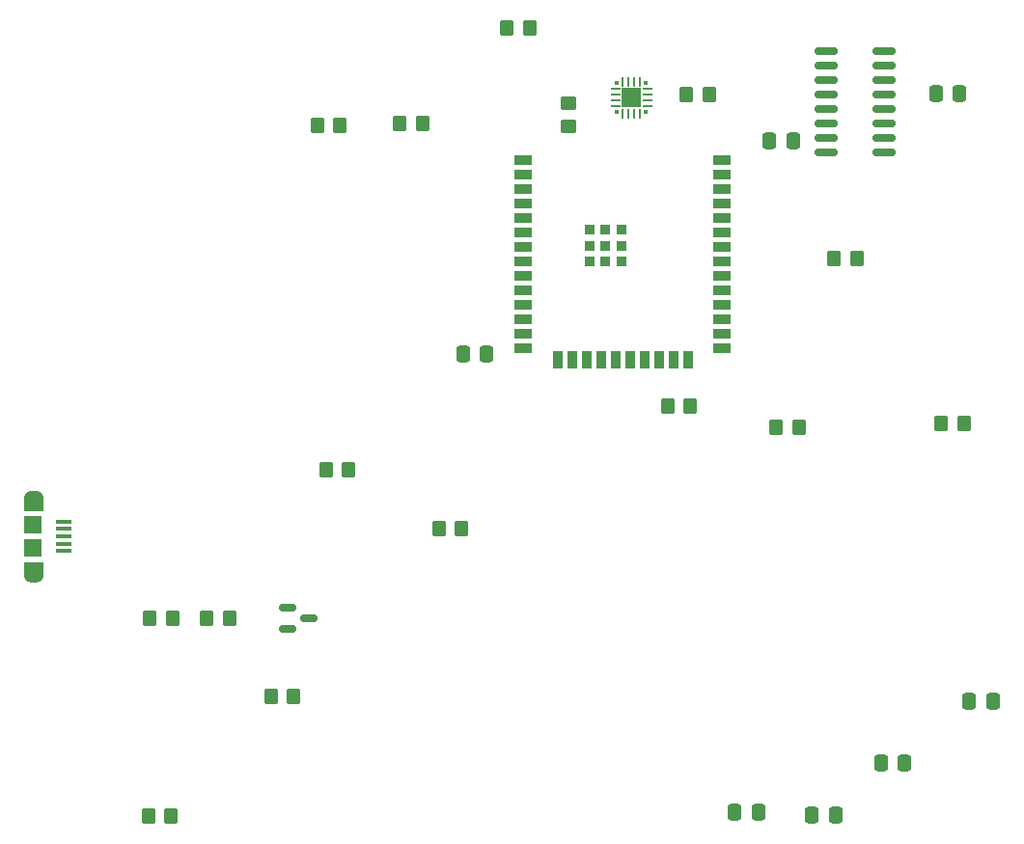
<source format=gbr>
%TF.GenerationSoftware,KiCad,Pcbnew,8.0.8*%
%TF.CreationDate,2025-03-12T17:19:21-05:00*%
%TF.ProjectId,Third Design (PCBWay 1),54686972-6420-4446-9573-69676e202850,rev?*%
%TF.SameCoordinates,Original*%
%TF.FileFunction,Paste,Top*%
%TF.FilePolarity,Positive*%
%FSLAX46Y46*%
G04 Gerber Fmt 4.6, Leading zero omitted, Abs format (unit mm)*
G04 Created by KiCad (PCBNEW 8.0.8) date 2025-03-12 17:19:21*
%MOMM*%
%LPD*%
G01*
G04 APERTURE LIST*
G04 Aperture macros list*
%AMRoundRect*
0 Rectangle with rounded corners*
0 $1 Rounding radius*
0 $2 $3 $4 $5 $6 $7 $8 $9 X,Y pos of 4 corners*
0 Add a 4 corners polygon primitive as box body*
4,1,4,$2,$3,$4,$5,$6,$7,$8,$9,$2,$3,0*
0 Add four circle primitives for the rounded corners*
1,1,$1+$1,$2,$3*
1,1,$1+$1,$4,$5*
1,1,$1+$1,$6,$7*
1,1,$1+$1,$8,$9*
0 Add four rect primitives between the rounded corners*
20,1,$1+$1,$2,$3,$4,$5,0*
20,1,$1+$1,$4,$5,$6,$7,0*
20,1,$1+$1,$6,$7,$8,$9,0*
20,1,$1+$1,$8,$9,$2,$3,0*%
G04 Aperture macros list end*
%ADD10C,0.010000*%
%ADD11RoundRect,0.250000X-0.350000X-0.450000X0.350000X-0.450000X0.350000X0.450000X-0.350000X0.450000X0*%
%ADD12RoundRect,0.250000X0.450000X-0.350000X0.450000X0.350000X-0.450000X0.350000X-0.450000X-0.350000X0*%
%ADD13R,1.350000X0.400000*%
%ADD14R,1.550000X1.500000*%
%ADD15RoundRect,0.250000X-0.337500X-0.475000X0.337500X-0.475000X0.337500X0.475000X-0.337500X0.475000X0*%
%ADD16RoundRect,0.150000X-0.850000X-0.150000X0.850000X-0.150000X0.850000X0.150000X-0.850000X0.150000X0*%
%ADD17R,0.355600X0.355600*%
%ADD18R,0.254000X0.812800*%
%ADD19R,0.812800X0.254000*%
%ADD20R,1.701800X1.701800*%
%ADD21R,1.500000X0.900000*%
%ADD22R,0.900000X1.500000*%
%ADD23R,0.900000X0.900000*%
%ADD24RoundRect,0.150000X-0.587500X-0.150000X0.587500X-0.150000X0.587500X0.150000X-0.587500X0.150000X0*%
G04 APERTURE END LIST*
D10*
%TO.C,J18*%
X105076000Y-106840000D02*
X105102000Y-106842000D01*
X105128000Y-106845000D01*
X105154000Y-106850000D01*
X105179000Y-106856000D01*
X105205000Y-106863000D01*
X105229000Y-106872000D01*
X105253000Y-106882000D01*
X105277000Y-106893000D01*
X105300000Y-106906000D01*
X105322000Y-106920000D01*
X105344000Y-106934000D01*
X105365000Y-106950000D01*
X105385000Y-106967000D01*
X105404000Y-106985000D01*
X105422000Y-107004000D01*
X105439000Y-107024000D01*
X105455000Y-107045000D01*
X105469000Y-107067000D01*
X105483000Y-107089000D01*
X105496000Y-107112000D01*
X105507000Y-107136000D01*
X105517000Y-107160000D01*
X105526000Y-107184000D01*
X105533000Y-107210000D01*
X105539000Y-107235000D01*
X105544000Y-107261000D01*
X105547000Y-107287000D01*
X105549000Y-107313000D01*
X105550000Y-107339000D01*
X105550000Y-108484000D01*
X104000000Y-108484000D01*
X104000000Y-107339000D01*
X104001000Y-107313000D01*
X104003000Y-107287000D01*
X104006000Y-107261000D01*
X104011000Y-107235000D01*
X104017000Y-107210000D01*
X104024000Y-107184000D01*
X104033000Y-107160000D01*
X104043000Y-107136000D01*
X104054000Y-107112000D01*
X104067000Y-107089000D01*
X104081000Y-107067000D01*
X104095000Y-107045000D01*
X104111000Y-107024000D01*
X104128000Y-107004000D01*
X104146000Y-106985000D01*
X104165000Y-106967000D01*
X104185000Y-106950000D01*
X104206000Y-106934000D01*
X104228000Y-106920000D01*
X104250000Y-106906000D01*
X104273000Y-106893000D01*
X104297000Y-106882000D01*
X104321000Y-106872000D01*
X104345000Y-106863000D01*
X104371000Y-106856000D01*
X104396000Y-106850000D01*
X104422000Y-106845000D01*
X104448000Y-106842000D01*
X104474000Y-106840000D01*
X104500000Y-106839000D01*
X105050000Y-106839000D01*
X105076000Y-106840000D01*
G36*
X105076000Y-106840000D02*
G01*
X105102000Y-106842000D01*
X105128000Y-106845000D01*
X105154000Y-106850000D01*
X105179000Y-106856000D01*
X105205000Y-106863000D01*
X105229000Y-106872000D01*
X105253000Y-106882000D01*
X105277000Y-106893000D01*
X105300000Y-106906000D01*
X105322000Y-106920000D01*
X105344000Y-106934000D01*
X105365000Y-106950000D01*
X105385000Y-106967000D01*
X105404000Y-106985000D01*
X105422000Y-107004000D01*
X105439000Y-107024000D01*
X105455000Y-107045000D01*
X105469000Y-107067000D01*
X105483000Y-107089000D01*
X105496000Y-107112000D01*
X105507000Y-107136000D01*
X105517000Y-107160000D01*
X105526000Y-107184000D01*
X105533000Y-107210000D01*
X105539000Y-107235000D01*
X105544000Y-107261000D01*
X105547000Y-107287000D01*
X105549000Y-107313000D01*
X105550000Y-107339000D01*
X105550000Y-108484000D01*
X104000000Y-108484000D01*
X104000000Y-107339000D01*
X104001000Y-107313000D01*
X104003000Y-107287000D01*
X104006000Y-107261000D01*
X104011000Y-107235000D01*
X104017000Y-107210000D01*
X104024000Y-107184000D01*
X104033000Y-107160000D01*
X104043000Y-107136000D01*
X104054000Y-107112000D01*
X104067000Y-107089000D01*
X104081000Y-107067000D01*
X104095000Y-107045000D01*
X104111000Y-107024000D01*
X104128000Y-107004000D01*
X104146000Y-106985000D01*
X104165000Y-106967000D01*
X104185000Y-106950000D01*
X104206000Y-106934000D01*
X104228000Y-106920000D01*
X104250000Y-106906000D01*
X104273000Y-106893000D01*
X104297000Y-106882000D01*
X104321000Y-106872000D01*
X104345000Y-106863000D01*
X104371000Y-106856000D01*
X104396000Y-106850000D01*
X104422000Y-106845000D01*
X104448000Y-106842000D01*
X104474000Y-106840000D01*
X104500000Y-106839000D01*
X105050000Y-106839000D01*
X105076000Y-106840000D01*
G37*
X105550000Y-114229000D02*
X105549000Y-114255000D01*
X105547000Y-114281000D01*
X105544000Y-114307000D01*
X105539000Y-114333000D01*
X105533000Y-114358000D01*
X105526000Y-114384000D01*
X105517000Y-114408000D01*
X105507000Y-114432000D01*
X105496000Y-114456000D01*
X105483000Y-114479000D01*
X105469000Y-114501000D01*
X105455000Y-114523000D01*
X105439000Y-114544000D01*
X105422000Y-114564000D01*
X105404000Y-114583000D01*
X105385000Y-114601000D01*
X105365000Y-114618000D01*
X105344000Y-114634000D01*
X105322000Y-114648000D01*
X105300000Y-114662000D01*
X105277000Y-114675000D01*
X105253000Y-114686000D01*
X105229000Y-114696000D01*
X105205000Y-114705000D01*
X105179000Y-114712000D01*
X105154000Y-114718000D01*
X105128000Y-114723000D01*
X105102000Y-114726000D01*
X105076000Y-114728000D01*
X105050000Y-114729000D01*
X104500000Y-114729000D01*
X104474000Y-114728000D01*
X104448000Y-114726000D01*
X104422000Y-114723000D01*
X104396000Y-114718000D01*
X104371000Y-114712000D01*
X104345000Y-114705000D01*
X104321000Y-114696000D01*
X104297000Y-114686000D01*
X104273000Y-114675000D01*
X104250000Y-114662000D01*
X104228000Y-114648000D01*
X104206000Y-114634000D01*
X104185000Y-114618000D01*
X104165000Y-114601000D01*
X104146000Y-114583000D01*
X104128000Y-114564000D01*
X104111000Y-114544000D01*
X104095000Y-114523000D01*
X104081000Y-114501000D01*
X104067000Y-114479000D01*
X104054000Y-114456000D01*
X104043000Y-114432000D01*
X104033000Y-114408000D01*
X104024000Y-114384000D01*
X104017000Y-114358000D01*
X104011000Y-114333000D01*
X104006000Y-114307000D01*
X104003000Y-114281000D01*
X104001000Y-114255000D01*
X104000000Y-114229000D01*
X104000000Y-113084000D01*
X105550000Y-113084000D01*
X105550000Y-114229000D01*
G36*
X105550000Y-114229000D02*
G01*
X105549000Y-114255000D01*
X105547000Y-114281000D01*
X105544000Y-114307000D01*
X105539000Y-114333000D01*
X105533000Y-114358000D01*
X105526000Y-114384000D01*
X105517000Y-114408000D01*
X105507000Y-114432000D01*
X105496000Y-114456000D01*
X105483000Y-114479000D01*
X105469000Y-114501000D01*
X105455000Y-114523000D01*
X105439000Y-114544000D01*
X105422000Y-114564000D01*
X105404000Y-114583000D01*
X105385000Y-114601000D01*
X105365000Y-114618000D01*
X105344000Y-114634000D01*
X105322000Y-114648000D01*
X105300000Y-114662000D01*
X105277000Y-114675000D01*
X105253000Y-114686000D01*
X105229000Y-114696000D01*
X105205000Y-114705000D01*
X105179000Y-114712000D01*
X105154000Y-114718000D01*
X105128000Y-114723000D01*
X105102000Y-114726000D01*
X105076000Y-114728000D01*
X105050000Y-114729000D01*
X104500000Y-114729000D01*
X104474000Y-114728000D01*
X104448000Y-114726000D01*
X104422000Y-114723000D01*
X104396000Y-114718000D01*
X104371000Y-114712000D01*
X104345000Y-114705000D01*
X104321000Y-114696000D01*
X104297000Y-114686000D01*
X104273000Y-114675000D01*
X104250000Y-114662000D01*
X104228000Y-114648000D01*
X104206000Y-114634000D01*
X104185000Y-114618000D01*
X104165000Y-114601000D01*
X104146000Y-114583000D01*
X104128000Y-114564000D01*
X104111000Y-114544000D01*
X104095000Y-114523000D01*
X104081000Y-114501000D01*
X104067000Y-114479000D01*
X104054000Y-114456000D01*
X104043000Y-114432000D01*
X104033000Y-114408000D01*
X104024000Y-114384000D01*
X104017000Y-114358000D01*
X104011000Y-114333000D01*
X104006000Y-114307000D01*
X104003000Y-114281000D01*
X104001000Y-114255000D01*
X104000000Y-114229000D01*
X104000000Y-113084000D01*
X105550000Y-113084000D01*
X105550000Y-114229000D01*
G37*
%TD*%
D11*
%TO.C,R15*%
X127635000Y-124841000D03*
X125635000Y-124841000D03*
%TD*%
%TO.C,R7*%
X114868000Y-135330000D03*
X116868000Y-135330000D03*
%TD*%
%TO.C,R6*%
X160433000Y-99314000D03*
X162433000Y-99314000D03*
%TD*%
D12*
%TO.C,R3*%
X151765000Y-74803000D03*
X151765000Y-72803000D03*
%TD*%
D11*
%TO.C,R5*%
X184436000Y-100838000D03*
X186436000Y-100838000D03*
%TD*%
%TO.C,R13*%
X115000000Y-118000000D03*
X117000000Y-118000000D03*
%TD*%
D13*
%TO.C,J18*%
X107450000Y-109484000D03*
X107450000Y-110134000D03*
X107450000Y-110784000D03*
X107450000Y-111434000D03*
X107450000Y-112084000D03*
D14*
X104775000Y-111784000D03*
X104775000Y-109784000D03*
%TD*%
D11*
%TO.C,R9*%
X169958000Y-101219000D03*
X171958000Y-101219000D03*
%TD*%
D15*
%TO.C,C3*%
X169375000Y-76073000D03*
X171450000Y-76073000D03*
%TD*%
D16*
%TO.C,U6*%
X174371000Y-68199000D03*
X174371000Y-69469000D03*
X174371000Y-70739000D03*
X174371000Y-72009000D03*
X174371000Y-73279000D03*
X174371000Y-74549000D03*
X174371000Y-75819000D03*
X174371000Y-77089000D03*
X179371000Y-77089000D03*
X179371000Y-75819000D03*
X179371000Y-74549000D03*
X179371000Y-73279000D03*
X179371000Y-72009000D03*
X179371000Y-70739000D03*
X179371000Y-69469000D03*
X179371000Y-68199000D03*
%TD*%
D15*
%TO.C,C6*%
X173101000Y-135255000D03*
X175176000Y-135255000D03*
%TD*%
%TO.C,C1*%
X183980000Y-71882000D03*
X186055000Y-71882000D03*
%TD*%
D11*
%TO.C,R8*%
X130461000Y-104902000D03*
X132461000Y-104902000D03*
%TD*%
D17*
%TO.C,U7*%
X158487872Y-71013000D03*
D18*
X157988000Y-70866000D03*
X157487874Y-70866000D03*
X156987748Y-70866000D03*
X156487622Y-70866000D03*
D17*
X155987750Y-71013000D03*
D19*
X155840811Y-71512811D03*
X155840811Y-72012937D03*
X155840811Y-72513063D03*
X155840811Y-73013189D03*
D17*
X155987750Y-73513000D03*
D18*
X156487622Y-73660000D03*
X156987748Y-73660000D03*
X157487874Y-73660000D03*
X157988000Y-73660000D03*
D17*
X158487872Y-73513000D03*
D19*
X158634811Y-73013189D03*
X158634811Y-72513063D03*
X158634811Y-72012937D03*
X158634811Y-71512811D03*
D20*
X157237811Y-72263000D03*
%TD*%
D21*
%TO.C,U2*%
X147727000Y-77724000D03*
X147727000Y-78994000D03*
X147727000Y-80264000D03*
X147727000Y-81534000D03*
X147727000Y-82804000D03*
X147727000Y-84074000D03*
X147727000Y-85344000D03*
X147727000Y-86614000D03*
X147727000Y-87884000D03*
X147727000Y-89154000D03*
X147727000Y-90424000D03*
X147727000Y-91694000D03*
X147727000Y-92964000D03*
X147727000Y-94234000D03*
D22*
X150762000Y-95329000D03*
X152032000Y-95329000D03*
X153302000Y-95329000D03*
X154572000Y-95329000D03*
X155842000Y-95329000D03*
X157112000Y-95329000D03*
X158382000Y-95329000D03*
X159652000Y-95329000D03*
X160922000Y-95329000D03*
X162192000Y-95329000D03*
D21*
X165227000Y-94234000D03*
X165227000Y-92964000D03*
X165227000Y-91694000D03*
X165227000Y-90424000D03*
X165227000Y-89154000D03*
X165227000Y-87884000D03*
X165227000Y-86614000D03*
X165227000Y-85344000D03*
X165227000Y-84074000D03*
X165227000Y-82804000D03*
X165227000Y-81534000D03*
X165227000Y-80264000D03*
X165227000Y-78994000D03*
X165227000Y-77724000D03*
D23*
X153577000Y-83889000D03*
X153577000Y-85289000D03*
X153577000Y-86689000D03*
X154977000Y-83889000D03*
X154977000Y-85289000D03*
X154977000Y-86689000D03*
X156377000Y-83889000D03*
X156377000Y-85289000D03*
X156377000Y-86689000D03*
%TD*%
D11*
%TO.C,R1*%
X136906000Y-74549000D03*
X138906000Y-74549000D03*
%TD*%
%TO.C,R11*%
X146336000Y-66167000D03*
X148336000Y-66167000D03*
%TD*%
%TO.C,R10*%
X140367000Y-110109000D03*
X142367000Y-110109000D03*
%TD*%
%TO.C,R2*%
X129699000Y-74676000D03*
X131699000Y-74676000D03*
%TD*%
D15*
%TO.C,C4*%
X142472500Y-94742000D03*
X144547500Y-94742000D03*
%TD*%
D24*
%TO.C,Q1*%
X127062500Y-117050000D03*
X127062500Y-118950000D03*
X128937500Y-118000000D03*
%TD*%
D11*
%TO.C,R4*%
X175038000Y-86360000D03*
X177038000Y-86360000D03*
%TD*%
D15*
%TO.C,C7*%
X186901000Y-125222000D03*
X188976000Y-125222000D03*
%TD*%
D11*
%TO.C,R12*%
X162084000Y-72009000D03*
X164084000Y-72009000D03*
%TD*%
%TO.C,R14*%
X120000000Y-118000000D03*
X122000000Y-118000000D03*
%TD*%
D15*
%TO.C,C5*%
X166327000Y-135001000D03*
X168402000Y-135001000D03*
%TD*%
%TO.C,C8*%
X179154000Y-130683000D03*
X181229000Y-130683000D03*
%TD*%
M02*

</source>
